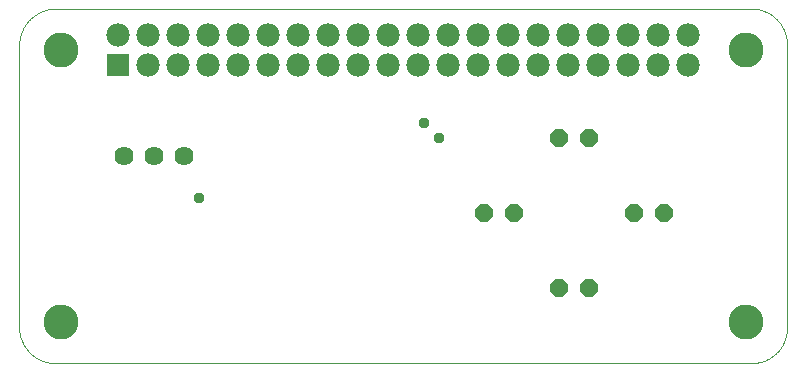
<source format=gbs>
G75*
%MOIN*%
%OFA0B0*%
%FSLAX25Y25*%
%IPPOS*%
%LPD*%
%AMOC8*
5,1,8,0,0,1.08239X$1,22.5*
%
%ADD10C,0.00000*%
%ADD11OC8,0.06000*%
%ADD12R,0.07800X0.07800*%
%ADD13C,0.07800*%
%ADD14C,0.11627*%
%ADD15C,0.06383*%
%ADD16C,0.03778*%
D10*
X0016899Y0005000D02*
X0249166Y0005000D01*
X0249450Y0005003D01*
X0249734Y0005014D01*
X0250017Y0005031D01*
X0250301Y0005055D01*
X0250583Y0005086D01*
X0250864Y0005123D01*
X0251145Y0005168D01*
X0251424Y0005219D01*
X0251703Y0005277D01*
X0251979Y0005342D01*
X0252254Y0005413D01*
X0252527Y0005491D01*
X0252798Y0005575D01*
X0253068Y0005666D01*
X0253334Y0005764D01*
X0253599Y0005868D01*
X0253861Y0005978D01*
X0254120Y0006095D01*
X0254376Y0006218D01*
X0254629Y0006346D01*
X0254879Y0006482D01*
X0255125Y0006623D01*
X0255368Y0006770D01*
X0255608Y0006922D01*
X0255844Y0007081D01*
X0256075Y0007245D01*
X0256303Y0007415D01*
X0256527Y0007590D01*
X0256746Y0007770D01*
X0256961Y0007956D01*
X0257171Y0008147D01*
X0257377Y0008343D01*
X0257578Y0008544D01*
X0257774Y0008750D01*
X0257965Y0008960D01*
X0258151Y0009175D01*
X0258331Y0009394D01*
X0258506Y0009618D01*
X0258676Y0009846D01*
X0258840Y0010077D01*
X0258999Y0010313D01*
X0259151Y0010553D01*
X0259298Y0010796D01*
X0259439Y0011042D01*
X0259575Y0011292D01*
X0259703Y0011545D01*
X0259826Y0011801D01*
X0259943Y0012060D01*
X0260053Y0012322D01*
X0260157Y0012587D01*
X0260255Y0012853D01*
X0260346Y0013123D01*
X0260430Y0013394D01*
X0260508Y0013667D01*
X0260579Y0013942D01*
X0260644Y0014218D01*
X0260702Y0014497D01*
X0260753Y0014776D01*
X0260798Y0015057D01*
X0260835Y0015338D01*
X0260866Y0015620D01*
X0260890Y0015904D01*
X0260907Y0016187D01*
X0260918Y0016471D01*
X0260921Y0016755D01*
X0260921Y0111192D01*
X0260917Y0111482D01*
X0260907Y0111772D01*
X0260889Y0112062D01*
X0260865Y0112351D01*
X0260833Y0112640D01*
X0260795Y0112927D01*
X0260750Y0113214D01*
X0260697Y0113499D01*
X0260638Y0113783D01*
X0260572Y0114066D01*
X0260499Y0114347D01*
X0260420Y0114626D01*
X0260333Y0114903D01*
X0260240Y0115178D01*
X0260141Y0115450D01*
X0260034Y0115721D01*
X0259922Y0115988D01*
X0259803Y0116253D01*
X0259677Y0116514D01*
X0259545Y0116773D01*
X0259407Y0117028D01*
X0259263Y0117280D01*
X0259113Y0117528D01*
X0258957Y0117773D01*
X0258795Y0118014D01*
X0258627Y0118251D01*
X0258454Y0118483D01*
X0258275Y0118712D01*
X0258091Y0118936D01*
X0257901Y0119155D01*
X0257706Y0119370D01*
X0257506Y0119580D01*
X0257300Y0119786D01*
X0257090Y0119986D01*
X0256875Y0120181D01*
X0256656Y0120371D01*
X0256432Y0120555D01*
X0256203Y0120734D01*
X0255971Y0120907D01*
X0255734Y0121075D01*
X0255493Y0121237D01*
X0255248Y0121393D01*
X0255000Y0121543D01*
X0254748Y0121687D01*
X0254493Y0121825D01*
X0254234Y0121957D01*
X0253973Y0122083D01*
X0253708Y0122202D01*
X0253441Y0122314D01*
X0253170Y0122421D01*
X0252898Y0122520D01*
X0252623Y0122613D01*
X0252346Y0122700D01*
X0252067Y0122779D01*
X0251786Y0122852D01*
X0251503Y0122918D01*
X0251219Y0122977D01*
X0250934Y0123030D01*
X0250647Y0123075D01*
X0250360Y0123113D01*
X0250071Y0123145D01*
X0249782Y0123169D01*
X0249492Y0123187D01*
X0249202Y0123197D01*
X0248912Y0123201D01*
X0017261Y0123201D01*
X0016965Y0123197D01*
X0016669Y0123187D01*
X0016373Y0123169D01*
X0016078Y0123144D01*
X0015783Y0123112D01*
X0015489Y0123072D01*
X0015197Y0123026D01*
X0014905Y0122973D01*
X0014615Y0122912D01*
X0014327Y0122845D01*
X0014040Y0122770D01*
X0013755Y0122689D01*
X0013472Y0122601D01*
X0013191Y0122506D01*
X0012913Y0122404D01*
X0012637Y0122296D01*
X0012364Y0122181D01*
X0012094Y0122059D01*
X0011827Y0121931D01*
X0011563Y0121797D01*
X0011302Y0121656D01*
X0011045Y0121509D01*
X0010792Y0121355D01*
X0010542Y0121196D01*
X0010296Y0121031D01*
X0010054Y0120859D01*
X0009817Y0120682D01*
X0009583Y0120500D01*
X0009355Y0120311D01*
X0009130Y0120117D01*
X0008911Y0119918D01*
X0008697Y0119714D01*
X0008487Y0119504D01*
X0008283Y0119290D01*
X0008084Y0119071D01*
X0007890Y0118846D01*
X0007701Y0118618D01*
X0007519Y0118384D01*
X0007342Y0118147D01*
X0007170Y0117905D01*
X0007005Y0117659D01*
X0006846Y0117409D01*
X0006692Y0117156D01*
X0006545Y0116899D01*
X0006404Y0116638D01*
X0006270Y0116374D01*
X0006142Y0116107D01*
X0006020Y0115837D01*
X0005905Y0115564D01*
X0005797Y0115288D01*
X0005695Y0115010D01*
X0005600Y0114729D01*
X0005512Y0114446D01*
X0005431Y0114161D01*
X0005356Y0113874D01*
X0005289Y0113586D01*
X0005228Y0113296D01*
X0005175Y0113004D01*
X0005129Y0112712D01*
X0005089Y0112418D01*
X0005057Y0112123D01*
X0005032Y0111828D01*
X0005014Y0111532D01*
X0005004Y0111236D01*
X0005000Y0110940D01*
X0005000Y0016899D01*
X0005003Y0016611D01*
X0005014Y0016324D01*
X0005031Y0016037D01*
X0005056Y0015751D01*
X0005087Y0015465D01*
X0005125Y0015180D01*
X0005170Y0014896D01*
X0005222Y0014613D01*
X0005280Y0014331D01*
X0005346Y0014051D01*
X0005418Y0013773D01*
X0005497Y0013497D01*
X0005582Y0013222D01*
X0005675Y0012950D01*
X0005773Y0012680D01*
X0005878Y0012412D01*
X0005990Y0012147D01*
X0006108Y0011885D01*
X0006232Y0011625D01*
X0006363Y0011369D01*
X0006500Y0011116D01*
X0006642Y0010867D01*
X0006791Y0010621D01*
X0006946Y0010378D01*
X0007106Y0010140D01*
X0007273Y0009905D01*
X0007444Y0009674D01*
X0007622Y0009448D01*
X0007804Y0009226D01*
X0007992Y0009009D01*
X0008186Y0008796D01*
X0008384Y0008587D01*
X0008587Y0008384D01*
X0008796Y0008186D01*
X0009009Y0007992D01*
X0009226Y0007804D01*
X0009448Y0007622D01*
X0009674Y0007444D01*
X0009905Y0007273D01*
X0010140Y0007106D01*
X0010378Y0006946D01*
X0010621Y0006791D01*
X0010867Y0006642D01*
X0011116Y0006500D01*
X0011369Y0006363D01*
X0011625Y0006232D01*
X0011885Y0006108D01*
X0012147Y0005990D01*
X0012412Y0005878D01*
X0012680Y0005773D01*
X0012950Y0005675D01*
X0013222Y0005582D01*
X0013497Y0005497D01*
X0013773Y0005418D01*
X0014051Y0005346D01*
X0014331Y0005280D01*
X0014613Y0005222D01*
X0014896Y0005170D01*
X0015180Y0005125D01*
X0015465Y0005087D01*
X0015751Y0005056D01*
X0016037Y0005031D01*
X0016324Y0005014D01*
X0016611Y0005003D01*
X0016899Y0005000D01*
X0013367Y0018780D02*
X0013369Y0018927D01*
X0013375Y0019073D01*
X0013385Y0019219D01*
X0013399Y0019365D01*
X0013417Y0019511D01*
X0013438Y0019656D01*
X0013464Y0019800D01*
X0013494Y0019944D01*
X0013527Y0020086D01*
X0013564Y0020228D01*
X0013605Y0020369D01*
X0013650Y0020508D01*
X0013699Y0020647D01*
X0013751Y0020784D01*
X0013808Y0020919D01*
X0013867Y0021053D01*
X0013931Y0021185D01*
X0013998Y0021315D01*
X0014068Y0021444D01*
X0014142Y0021571D01*
X0014219Y0021695D01*
X0014300Y0021818D01*
X0014384Y0021938D01*
X0014471Y0022056D01*
X0014561Y0022171D01*
X0014654Y0022284D01*
X0014751Y0022395D01*
X0014850Y0022503D01*
X0014952Y0022608D01*
X0015057Y0022710D01*
X0015165Y0022809D01*
X0015276Y0022906D01*
X0015389Y0022999D01*
X0015504Y0023089D01*
X0015622Y0023176D01*
X0015742Y0023260D01*
X0015865Y0023341D01*
X0015989Y0023418D01*
X0016116Y0023492D01*
X0016245Y0023562D01*
X0016375Y0023629D01*
X0016507Y0023693D01*
X0016641Y0023752D01*
X0016776Y0023809D01*
X0016913Y0023861D01*
X0017052Y0023910D01*
X0017191Y0023955D01*
X0017332Y0023996D01*
X0017474Y0024033D01*
X0017616Y0024066D01*
X0017760Y0024096D01*
X0017904Y0024122D01*
X0018049Y0024143D01*
X0018195Y0024161D01*
X0018341Y0024175D01*
X0018487Y0024185D01*
X0018633Y0024191D01*
X0018780Y0024193D01*
X0018927Y0024191D01*
X0019073Y0024185D01*
X0019219Y0024175D01*
X0019365Y0024161D01*
X0019511Y0024143D01*
X0019656Y0024122D01*
X0019800Y0024096D01*
X0019944Y0024066D01*
X0020086Y0024033D01*
X0020228Y0023996D01*
X0020369Y0023955D01*
X0020508Y0023910D01*
X0020647Y0023861D01*
X0020784Y0023809D01*
X0020919Y0023752D01*
X0021053Y0023693D01*
X0021185Y0023629D01*
X0021315Y0023562D01*
X0021444Y0023492D01*
X0021571Y0023418D01*
X0021695Y0023341D01*
X0021818Y0023260D01*
X0021938Y0023176D01*
X0022056Y0023089D01*
X0022171Y0022999D01*
X0022284Y0022906D01*
X0022395Y0022809D01*
X0022503Y0022710D01*
X0022608Y0022608D01*
X0022710Y0022503D01*
X0022809Y0022395D01*
X0022906Y0022284D01*
X0022999Y0022171D01*
X0023089Y0022056D01*
X0023176Y0021938D01*
X0023260Y0021818D01*
X0023341Y0021695D01*
X0023418Y0021571D01*
X0023492Y0021444D01*
X0023562Y0021315D01*
X0023629Y0021185D01*
X0023693Y0021053D01*
X0023752Y0020919D01*
X0023809Y0020784D01*
X0023861Y0020647D01*
X0023910Y0020508D01*
X0023955Y0020369D01*
X0023996Y0020228D01*
X0024033Y0020086D01*
X0024066Y0019944D01*
X0024096Y0019800D01*
X0024122Y0019656D01*
X0024143Y0019511D01*
X0024161Y0019365D01*
X0024175Y0019219D01*
X0024185Y0019073D01*
X0024191Y0018927D01*
X0024193Y0018780D01*
X0024191Y0018633D01*
X0024185Y0018487D01*
X0024175Y0018341D01*
X0024161Y0018195D01*
X0024143Y0018049D01*
X0024122Y0017904D01*
X0024096Y0017760D01*
X0024066Y0017616D01*
X0024033Y0017474D01*
X0023996Y0017332D01*
X0023955Y0017191D01*
X0023910Y0017052D01*
X0023861Y0016913D01*
X0023809Y0016776D01*
X0023752Y0016641D01*
X0023693Y0016507D01*
X0023629Y0016375D01*
X0023562Y0016245D01*
X0023492Y0016116D01*
X0023418Y0015989D01*
X0023341Y0015865D01*
X0023260Y0015742D01*
X0023176Y0015622D01*
X0023089Y0015504D01*
X0022999Y0015389D01*
X0022906Y0015276D01*
X0022809Y0015165D01*
X0022710Y0015057D01*
X0022608Y0014952D01*
X0022503Y0014850D01*
X0022395Y0014751D01*
X0022284Y0014654D01*
X0022171Y0014561D01*
X0022056Y0014471D01*
X0021938Y0014384D01*
X0021818Y0014300D01*
X0021695Y0014219D01*
X0021571Y0014142D01*
X0021444Y0014068D01*
X0021315Y0013998D01*
X0021185Y0013931D01*
X0021053Y0013867D01*
X0020919Y0013808D01*
X0020784Y0013751D01*
X0020647Y0013699D01*
X0020508Y0013650D01*
X0020369Y0013605D01*
X0020228Y0013564D01*
X0020086Y0013527D01*
X0019944Y0013494D01*
X0019800Y0013464D01*
X0019656Y0013438D01*
X0019511Y0013417D01*
X0019365Y0013399D01*
X0019219Y0013385D01*
X0019073Y0013375D01*
X0018927Y0013369D01*
X0018780Y0013367D01*
X0018633Y0013369D01*
X0018487Y0013375D01*
X0018341Y0013385D01*
X0018195Y0013399D01*
X0018049Y0013417D01*
X0017904Y0013438D01*
X0017760Y0013464D01*
X0017616Y0013494D01*
X0017474Y0013527D01*
X0017332Y0013564D01*
X0017191Y0013605D01*
X0017052Y0013650D01*
X0016913Y0013699D01*
X0016776Y0013751D01*
X0016641Y0013808D01*
X0016507Y0013867D01*
X0016375Y0013931D01*
X0016245Y0013998D01*
X0016116Y0014068D01*
X0015989Y0014142D01*
X0015865Y0014219D01*
X0015742Y0014300D01*
X0015622Y0014384D01*
X0015504Y0014471D01*
X0015389Y0014561D01*
X0015276Y0014654D01*
X0015165Y0014751D01*
X0015057Y0014850D01*
X0014952Y0014952D01*
X0014850Y0015057D01*
X0014751Y0015165D01*
X0014654Y0015276D01*
X0014561Y0015389D01*
X0014471Y0015504D01*
X0014384Y0015622D01*
X0014300Y0015742D01*
X0014219Y0015865D01*
X0014142Y0015989D01*
X0014068Y0016116D01*
X0013998Y0016245D01*
X0013931Y0016375D01*
X0013867Y0016507D01*
X0013808Y0016641D01*
X0013751Y0016776D01*
X0013699Y0016913D01*
X0013650Y0017052D01*
X0013605Y0017191D01*
X0013564Y0017332D01*
X0013527Y0017474D01*
X0013494Y0017616D01*
X0013464Y0017760D01*
X0013438Y0017904D01*
X0013417Y0018049D01*
X0013399Y0018195D01*
X0013385Y0018341D01*
X0013375Y0018487D01*
X0013369Y0018633D01*
X0013367Y0018780D01*
X0013367Y0109331D02*
X0013369Y0109478D01*
X0013375Y0109624D01*
X0013385Y0109770D01*
X0013399Y0109916D01*
X0013417Y0110062D01*
X0013438Y0110207D01*
X0013464Y0110351D01*
X0013494Y0110495D01*
X0013527Y0110637D01*
X0013564Y0110779D01*
X0013605Y0110920D01*
X0013650Y0111059D01*
X0013699Y0111198D01*
X0013751Y0111335D01*
X0013808Y0111470D01*
X0013867Y0111604D01*
X0013931Y0111736D01*
X0013998Y0111866D01*
X0014068Y0111995D01*
X0014142Y0112122D01*
X0014219Y0112246D01*
X0014300Y0112369D01*
X0014384Y0112489D01*
X0014471Y0112607D01*
X0014561Y0112722D01*
X0014654Y0112835D01*
X0014751Y0112946D01*
X0014850Y0113054D01*
X0014952Y0113159D01*
X0015057Y0113261D01*
X0015165Y0113360D01*
X0015276Y0113457D01*
X0015389Y0113550D01*
X0015504Y0113640D01*
X0015622Y0113727D01*
X0015742Y0113811D01*
X0015865Y0113892D01*
X0015989Y0113969D01*
X0016116Y0114043D01*
X0016245Y0114113D01*
X0016375Y0114180D01*
X0016507Y0114244D01*
X0016641Y0114303D01*
X0016776Y0114360D01*
X0016913Y0114412D01*
X0017052Y0114461D01*
X0017191Y0114506D01*
X0017332Y0114547D01*
X0017474Y0114584D01*
X0017616Y0114617D01*
X0017760Y0114647D01*
X0017904Y0114673D01*
X0018049Y0114694D01*
X0018195Y0114712D01*
X0018341Y0114726D01*
X0018487Y0114736D01*
X0018633Y0114742D01*
X0018780Y0114744D01*
X0018927Y0114742D01*
X0019073Y0114736D01*
X0019219Y0114726D01*
X0019365Y0114712D01*
X0019511Y0114694D01*
X0019656Y0114673D01*
X0019800Y0114647D01*
X0019944Y0114617D01*
X0020086Y0114584D01*
X0020228Y0114547D01*
X0020369Y0114506D01*
X0020508Y0114461D01*
X0020647Y0114412D01*
X0020784Y0114360D01*
X0020919Y0114303D01*
X0021053Y0114244D01*
X0021185Y0114180D01*
X0021315Y0114113D01*
X0021444Y0114043D01*
X0021571Y0113969D01*
X0021695Y0113892D01*
X0021818Y0113811D01*
X0021938Y0113727D01*
X0022056Y0113640D01*
X0022171Y0113550D01*
X0022284Y0113457D01*
X0022395Y0113360D01*
X0022503Y0113261D01*
X0022608Y0113159D01*
X0022710Y0113054D01*
X0022809Y0112946D01*
X0022906Y0112835D01*
X0022999Y0112722D01*
X0023089Y0112607D01*
X0023176Y0112489D01*
X0023260Y0112369D01*
X0023341Y0112246D01*
X0023418Y0112122D01*
X0023492Y0111995D01*
X0023562Y0111866D01*
X0023629Y0111736D01*
X0023693Y0111604D01*
X0023752Y0111470D01*
X0023809Y0111335D01*
X0023861Y0111198D01*
X0023910Y0111059D01*
X0023955Y0110920D01*
X0023996Y0110779D01*
X0024033Y0110637D01*
X0024066Y0110495D01*
X0024096Y0110351D01*
X0024122Y0110207D01*
X0024143Y0110062D01*
X0024161Y0109916D01*
X0024175Y0109770D01*
X0024185Y0109624D01*
X0024191Y0109478D01*
X0024193Y0109331D01*
X0024191Y0109184D01*
X0024185Y0109038D01*
X0024175Y0108892D01*
X0024161Y0108746D01*
X0024143Y0108600D01*
X0024122Y0108455D01*
X0024096Y0108311D01*
X0024066Y0108167D01*
X0024033Y0108025D01*
X0023996Y0107883D01*
X0023955Y0107742D01*
X0023910Y0107603D01*
X0023861Y0107464D01*
X0023809Y0107327D01*
X0023752Y0107192D01*
X0023693Y0107058D01*
X0023629Y0106926D01*
X0023562Y0106796D01*
X0023492Y0106667D01*
X0023418Y0106540D01*
X0023341Y0106416D01*
X0023260Y0106293D01*
X0023176Y0106173D01*
X0023089Y0106055D01*
X0022999Y0105940D01*
X0022906Y0105827D01*
X0022809Y0105716D01*
X0022710Y0105608D01*
X0022608Y0105503D01*
X0022503Y0105401D01*
X0022395Y0105302D01*
X0022284Y0105205D01*
X0022171Y0105112D01*
X0022056Y0105022D01*
X0021938Y0104935D01*
X0021818Y0104851D01*
X0021695Y0104770D01*
X0021571Y0104693D01*
X0021444Y0104619D01*
X0021315Y0104549D01*
X0021185Y0104482D01*
X0021053Y0104418D01*
X0020919Y0104359D01*
X0020784Y0104302D01*
X0020647Y0104250D01*
X0020508Y0104201D01*
X0020369Y0104156D01*
X0020228Y0104115D01*
X0020086Y0104078D01*
X0019944Y0104045D01*
X0019800Y0104015D01*
X0019656Y0103989D01*
X0019511Y0103968D01*
X0019365Y0103950D01*
X0019219Y0103936D01*
X0019073Y0103926D01*
X0018927Y0103920D01*
X0018780Y0103918D01*
X0018633Y0103920D01*
X0018487Y0103926D01*
X0018341Y0103936D01*
X0018195Y0103950D01*
X0018049Y0103968D01*
X0017904Y0103989D01*
X0017760Y0104015D01*
X0017616Y0104045D01*
X0017474Y0104078D01*
X0017332Y0104115D01*
X0017191Y0104156D01*
X0017052Y0104201D01*
X0016913Y0104250D01*
X0016776Y0104302D01*
X0016641Y0104359D01*
X0016507Y0104418D01*
X0016375Y0104482D01*
X0016245Y0104549D01*
X0016116Y0104619D01*
X0015989Y0104693D01*
X0015865Y0104770D01*
X0015742Y0104851D01*
X0015622Y0104935D01*
X0015504Y0105022D01*
X0015389Y0105112D01*
X0015276Y0105205D01*
X0015165Y0105302D01*
X0015057Y0105401D01*
X0014952Y0105503D01*
X0014850Y0105608D01*
X0014751Y0105716D01*
X0014654Y0105827D01*
X0014561Y0105940D01*
X0014471Y0106055D01*
X0014384Y0106173D01*
X0014300Y0106293D01*
X0014219Y0106416D01*
X0014142Y0106540D01*
X0014068Y0106667D01*
X0013998Y0106796D01*
X0013931Y0106926D01*
X0013867Y0107058D01*
X0013808Y0107192D01*
X0013751Y0107327D01*
X0013699Y0107464D01*
X0013650Y0107603D01*
X0013605Y0107742D01*
X0013564Y0107883D01*
X0013527Y0108025D01*
X0013494Y0108167D01*
X0013464Y0108311D01*
X0013438Y0108455D01*
X0013417Y0108600D01*
X0013399Y0108746D01*
X0013385Y0108892D01*
X0013375Y0109038D01*
X0013369Y0109184D01*
X0013367Y0109331D01*
X0241713Y0109331D02*
X0241715Y0109478D01*
X0241721Y0109624D01*
X0241731Y0109770D01*
X0241745Y0109916D01*
X0241763Y0110062D01*
X0241784Y0110207D01*
X0241810Y0110351D01*
X0241840Y0110495D01*
X0241873Y0110637D01*
X0241910Y0110779D01*
X0241951Y0110920D01*
X0241996Y0111059D01*
X0242045Y0111198D01*
X0242097Y0111335D01*
X0242154Y0111470D01*
X0242213Y0111604D01*
X0242277Y0111736D01*
X0242344Y0111866D01*
X0242414Y0111995D01*
X0242488Y0112122D01*
X0242565Y0112246D01*
X0242646Y0112369D01*
X0242730Y0112489D01*
X0242817Y0112607D01*
X0242907Y0112722D01*
X0243000Y0112835D01*
X0243097Y0112946D01*
X0243196Y0113054D01*
X0243298Y0113159D01*
X0243403Y0113261D01*
X0243511Y0113360D01*
X0243622Y0113457D01*
X0243735Y0113550D01*
X0243850Y0113640D01*
X0243968Y0113727D01*
X0244088Y0113811D01*
X0244211Y0113892D01*
X0244335Y0113969D01*
X0244462Y0114043D01*
X0244591Y0114113D01*
X0244721Y0114180D01*
X0244853Y0114244D01*
X0244987Y0114303D01*
X0245122Y0114360D01*
X0245259Y0114412D01*
X0245398Y0114461D01*
X0245537Y0114506D01*
X0245678Y0114547D01*
X0245820Y0114584D01*
X0245962Y0114617D01*
X0246106Y0114647D01*
X0246250Y0114673D01*
X0246395Y0114694D01*
X0246541Y0114712D01*
X0246687Y0114726D01*
X0246833Y0114736D01*
X0246979Y0114742D01*
X0247126Y0114744D01*
X0247273Y0114742D01*
X0247419Y0114736D01*
X0247565Y0114726D01*
X0247711Y0114712D01*
X0247857Y0114694D01*
X0248002Y0114673D01*
X0248146Y0114647D01*
X0248290Y0114617D01*
X0248432Y0114584D01*
X0248574Y0114547D01*
X0248715Y0114506D01*
X0248854Y0114461D01*
X0248993Y0114412D01*
X0249130Y0114360D01*
X0249265Y0114303D01*
X0249399Y0114244D01*
X0249531Y0114180D01*
X0249661Y0114113D01*
X0249790Y0114043D01*
X0249917Y0113969D01*
X0250041Y0113892D01*
X0250164Y0113811D01*
X0250284Y0113727D01*
X0250402Y0113640D01*
X0250517Y0113550D01*
X0250630Y0113457D01*
X0250741Y0113360D01*
X0250849Y0113261D01*
X0250954Y0113159D01*
X0251056Y0113054D01*
X0251155Y0112946D01*
X0251252Y0112835D01*
X0251345Y0112722D01*
X0251435Y0112607D01*
X0251522Y0112489D01*
X0251606Y0112369D01*
X0251687Y0112246D01*
X0251764Y0112122D01*
X0251838Y0111995D01*
X0251908Y0111866D01*
X0251975Y0111736D01*
X0252039Y0111604D01*
X0252098Y0111470D01*
X0252155Y0111335D01*
X0252207Y0111198D01*
X0252256Y0111059D01*
X0252301Y0110920D01*
X0252342Y0110779D01*
X0252379Y0110637D01*
X0252412Y0110495D01*
X0252442Y0110351D01*
X0252468Y0110207D01*
X0252489Y0110062D01*
X0252507Y0109916D01*
X0252521Y0109770D01*
X0252531Y0109624D01*
X0252537Y0109478D01*
X0252539Y0109331D01*
X0252537Y0109184D01*
X0252531Y0109038D01*
X0252521Y0108892D01*
X0252507Y0108746D01*
X0252489Y0108600D01*
X0252468Y0108455D01*
X0252442Y0108311D01*
X0252412Y0108167D01*
X0252379Y0108025D01*
X0252342Y0107883D01*
X0252301Y0107742D01*
X0252256Y0107603D01*
X0252207Y0107464D01*
X0252155Y0107327D01*
X0252098Y0107192D01*
X0252039Y0107058D01*
X0251975Y0106926D01*
X0251908Y0106796D01*
X0251838Y0106667D01*
X0251764Y0106540D01*
X0251687Y0106416D01*
X0251606Y0106293D01*
X0251522Y0106173D01*
X0251435Y0106055D01*
X0251345Y0105940D01*
X0251252Y0105827D01*
X0251155Y0105716D01*
X0251056Y0105608D01*
X0250954Y0105503D01*
X0250849Y0105401D01*
X0250741Y0105302D01*
X0250630Y0105205D01*
X0250517Y0105112D01*
X0250402Y0105022D01*
X0250284Y0104935D01*
X0250164Y0104851D01*
X0250041Y0104770D01*
X0249917Y0104693D01*
X0249790Y0104619D01*
X0249661Y0104549D01*
X0249531Y0104482D01*
X0249399Y0104418D01*
X0249265Y0104359D01*
X0249130Y0104302D01*
X0248993Y0104250D01*
X0248854Y0104201D01*
X0248715Y0104156D01*
X0248574Y0104115D01*
X0248432Y0104078D01*
X0248290Y0104045D01*
X0248146Y0104015D01*
X0248002Y0103989D01*
X0247857Y0103968D01*
X0247711Y0103950D01*
X0247565Y0103936D01*
X0247419Y0103926D01*
X0247273Y0103920D01*
X0247126Y0103918D01*
X0246979Y0103920D01*
X0246833Y0103926D01*
X0246687Y0103936D01*
X0246541Y0103950D01*
X0246395Y0103968D01*
X0246250Y0103989D01*
X0246106Y0104015D01*
X0245962Y0104045D01*
X0245820Y0104078D01*
X0245678Y0104115D01*
X0245537Y0104156D01*
X0245398Y0104201D01*
X0245259Y0104250D01*
X0245122Y0104302D01*
X0244987Y0104359D01*
X0244853Y0104418D01*
X0244721Y0104482D01*
X0244591Y0104549D01*
X0244462Y0104619D01*
X0244335Y0104693D01*
X0244211Y0104770D01*
X0244088Y0104851D01*
X0243968Y0104935D01*
X0243850Y0105022D01*
X0243735Y0105112D01*
X0243622Y0105205D01*
X0243511Y0105302D01*
X0243403Y0105401D01*
X0243298Y0105503D01*
X0243196Y0105608D01*
X0243097Y0105716D01*
X0243000Y0105827D01*
X0242907Y0105940D01*
X0242817Y0106055D01*
X0242730Y0106173D01*
X0242646Y0106293D01*
X0242565Y0106416D01*
X0242488Y0106540D01*
X0242414Y0106667D01*
X0242344Y0106796D01*
X0242277Y0106926D01*
X0242213Y0107058D01*
X0242154Y0107192D01*
X0242097Y0107327D01*
X0242045Y0107464D01*
X0241996Y0107603D01*
X0241951Y0107742D01*
X0241910Y0107883D01*
X0241873Y0108025D01*
X0241840Y0108167D01*
X0241810Y0108311D01*
X0241784Y0108455D01*
X0241763Y0108600D01*
X0241745Y0108746D01*
X0241731Y0108892D01*
X0241721Y0109038D01*
X0241715Y0109184D01*
X0241713Y0109331D01*
X0241713Y0018780D02*
X0241715Y0018927D01*
X0241721Y0019073D01*
X0241731Y0019219D01*
X0241745Y0019365D01*
X0241763Y0019511D01*
X0241784Y0019656D01*
X0241810Y0019800D01*
X0241840Y0019944D01*
X0241873Y0020086D01*
X0241910Y0020228D01*
X0241951Y0020369D01*
X0241996Y0020508D01*
X0242045Y0020647D01*
X0242097Y0020784D01*
X0242154Y0020919D01*
X0242213Y0021053D01*
X0242277Y0021185D01*
X0242344Y0021315D01*
X0242414Y0021444D01*
X0242488Y0021571D01*
X0242565Y0021695D01*
X0242646Y0021818D01*
X0242730Y0021938D01*
X0242817Y0022056D01*
X0242907Y0022171D01*
X0243000Y0022284D01*
X0243097Y0022395D01*
X0243196Y0022503D01*
X0243298Y0022608D01*
X0243403Y0022710D01*
X0243511Y0022809D01*
X0243622Y0022906D01*
X0243735Y0022999D01*
X0243850Y0023089D01*
X0243968Y0023176D01*
X0244088Y0023260D01*
X0244211Y0023341D01*
X0244335Y0023418D01*
X0244462Y0023492D01*
X0244591Y0023562D01*
X0244721Y0023629D01*
X0244853Y0023693D01*
X0244987Y0023752D01*
X0245122Y0023809D01*
X0245259Y0023861D01*
X0245398Y0023910D01*
X0245537Y0023955D01*
X0245678Y0023996D01*
X0245820Y0024033D01*
X0245962Y0024066D01*
X0246106Y0024096D01*
X0246250Y0024122D01*
X0246395Y0024143D01*
X0246541Y0024161D01*
X0246687Y0024175D01*
X0246833Y0024185D01*
X0246979Y0024191D01*
X0247126Y0024193D01*
X0247273Y0024191D01*
X0247419Y0024185D01*
X0247565Y0024175D01*
X0247711Y0024161D01*
X0247857Y0024143D01*
X0248002Y0024122D01*
X0248146Y0024096D01*
X0248290Y0024066D01*
X0248432Y0024033D01*
X0248574Y0023996D01*
X0248715Y0023955D01*
X0248854Y0023910D01*
X0248993Y0023861D01*
X0249130Y0023809D01*
X0249265Y0023752D01*
X0249399Y0023693D01*
X0249531Y0023629D01*
X0249661Y0023562D01*
X0249790Y0023492D01*
X0249917Y0023418D01*
X0250041Y0023341D01*
X0250164Y0023260D01*
X0250284Y0023176D01*
X0250402Y0023089D01*
X0250517Y0022999D01*
X0250630Y0022906D01*
X0250741Y0022809D01*
X0250849Y0022710D01*
X0250954Y0022608D01*
X0251056Y0022503D01*
X0251155Y0022395D01*
X0251252Y0022284D01*
X0251345Y0022171D01*
X0251435Y0022056D01*
X0251522Y0021938D01*
X0251606Y0021818D01*
X0251687Y0021695D01*
X0251764Y0021571D01*
X0251838Y0021444D01*
X0251908Y0021315D01*
X0251975Y0021185D01*
X0252039Y0021053D01*
X0252098Y0020919D01*
X0252155Y0020784D01*
X0252207Y0020647D01*
X0252256Y0020508D01*
X0252301Y0020369D01*
X0252342Y0020228D01*
X0252379Y0020086D01*
X0252412Y0019944D01*
X0252442Y0019800D01*
X0252468Y0019656D01*
X0252489Y0019511D01*
X0252507Y0019365D01*
X0252521Y0019219D01*
X0252531Y0019073D01*
X0252537Y0018927D01*
X0252539Y0018780D01*
X0252537Y0018633D01*
X0252531Y0018487D01*
X0252521Y0018341D01*
X0252507Y0018195D01*
X0252489Y0018049D01*
X0252468Y0017904D01*
X0252442Y0017760D01*
X0252412Y0017616D01*
X0252379Y0017474D01*
X0252342Y0017332D01*
X0252301Y0017191D01*
X0252256Y0017052D01*
X0252207Y0016913D01*
X0252155Y0016776D01*
X0252098Y0016641D01*
X0252039Y0016507D01*
X0251975Y0016375D01*
X0251908Y0016245D01*
X0251838Y0016116D01*
X0251764Y0015989D01*
X0251687Y0015865D01*
X0251606Y0015742D01*
X0251522Y0015622D01*
X0251435Y0015504D01*
X0251345Y0015389D01*
X0251252Y0015276D01*
X0251155Y0015165D01*
X0251056Y0015057D01*
X0250954Y0014952D01*
X0250849Y0014850D01*
X0250741Y0014751D01*
X0250630Y0014654D01*
X0250517Y0014561D01*
X0250402Y0014471D01*
X0250284Y0014384D01*
X0250164Y0014300D01*
X0250041Y0014219D01*
X0249917Y0014142D01*
X0249790Y0014068D01*
X0249661Y0013998D01*
X0249531Y0013931D01*
X0249399Y0013867D01*
X0249265Y0013808D01*
X0249130Y0013751D01*
X0248993Y0013699D01*
X0248854Y0013650D01*
X0248715Y0013605D01*
X0248574Y0013564D01*
X0248432Y0013527D01*
X0248290Y0013494D01*
X0248146Y0013464D01*
X0248002Y0013438D01*
X0247857Y0013417D01*
X0247711Y0013399D01*
X0247565Y0013385D01*
X0247419Y0013375D01*
X0247273Y0013369D01*
X0247126Y0013367D01*
X0246979Y0013369D01*
X0246833Y0013375D01*
X0246687Y0013385D01*
X0246541Y0013399D01*
X0246395Y0013417D01*
X0246250Y0013438D01*
X0246106Y0013464D01*
X0245962Y0013494D01*
X0245820Y0013527D01*
X0245678Y0013564D01*
X0245537Y0013605D01*
X0245398Y0013650D01*
X0245259Y0013699D01*
X0245122Y0013751D01*
X0244987Y0013808D01*
X0244853Y0013867D01*
X0244721Y0013931D01*
X0244591Y0013998D01*
X0244462Y0014068D01*
X0244335Y0014142D01*
X0244211Y0014219D01*
X0244088Y0014300D01*
X0243968Y0014384D01*
X0243850Y0014471D01*
X0243735Y0014561D01*
X0243622Y0014654D01*
X0243511Y0014751D01*
X0243403Y0014850D01*
X0243298Y0014952D01*
X0243196Y0015057D01*
X0243097Y0015165D01*
X0243000Y0015276D01*
X0242907Y0015389D01*
X0242817Y0015504D01*
X0242730Y0015622D01*
X0242646Y0015742D01*
X0242565Y0015865D01*
X0242488Y0015989D01*
X0242414Y0016116D01*
X0242344Y0016245D01*
X0242277Y0016375D01*
X0242213Y0016507D01*
X0242154Y0016641D01*
X0242097Y0016776D01*
X0242045Y0016913D01*
X0241996Y0017052D01*
X0241951Y0017191D01*
X0241910Y0017332D01*
X0241873Y0017474D01*
X0241840Y0017616D01*
X0241810Y0017760D01*
X0241784Y0017904D01*
X0241763Y0018049D01*
X0241745Y0018195D01*
X0241731Y0018341D01*
X0241721Y0018487D01*
X0241715Y0018633D01*
X0241713Y0018780D01*
D11*
X0195000Y0030000D03*
X0185000Y0030000D03*
X0170000Y0055000D03*
X0160000Y0055000D03*
X0185000Y0080000D03*
X0195000Y0080000D03*
X0210000Y0055000D03*
X0220000Y0055000D03*
D12*
X0037953Y0104331D03*
D13*
X0047953Y0104331D03*
X0057953Y0104331D03*
X0067953Y0104331D03*
X0077953Y0104331D03*
X0087953Y0104331D03*
X0097953Y0104331D03*
X0107953Y0104331D03*
X0117953Y0104331D03*
X0127953Y0104331D03*
X0137953Y0104331D03*
X0147953Y0104331D03*
X0157953Y0104331D03*
X0167953Y0104331D03*
X0177953Y0104331D03*
X0187953Y0104331D03*
X0197953Y0104331D03*
X0207953Y0104331D03*
X0217953Y0104331D03*
X0227953Y0104331D03*
X0227953Y0114331D03*
X0217953Y0114331D03*
X0207953Y0114331D03*
X0197953Y0114331D03*
X0187953Y0114331D03*
X0177953Y0114331D03*
X0167953Y0114331D03*
X0157953Y0114331D03*
X0147953Y0114331D03*
X0137953Y0114331D03*
X0127953Y0114331D03*
X0117953Y0114331D03*
X0107953Y0114331D03*
X0097953Y0114331D03*
X0087953Y0114331D03*
X0077953Y0114331D03*
X0067953Y0114331D03*
X0057953Y0114331D03*
X0047953Y0114331D03*
X0037953Y0114331D03*
D14*
X0018780Y0109331D03*
X0018780Y0018780D03*
X0247126Y0018780D03*
X0247126Y0109331D03*
D15*
X0060000Y0073937D03*
X0050000Y0073937D03*
X0040000Y0073937D03*
D16*
X0065000Y0060000D03*
X0140000Y0085000D03*
X0145000Y0080000D03*
M02*

</source>
